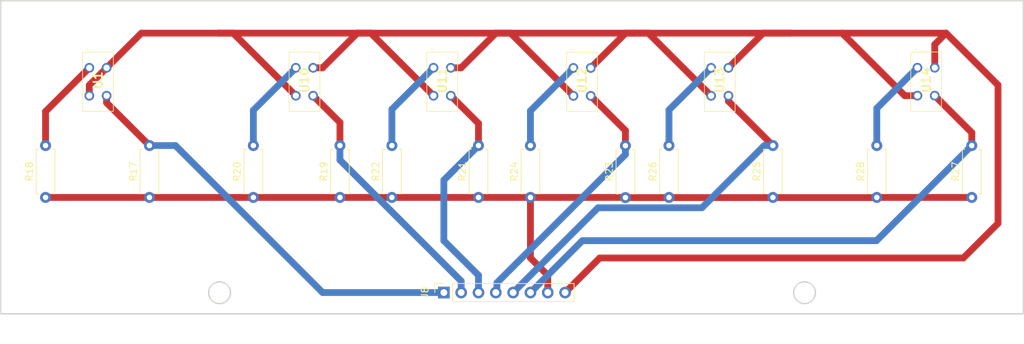
<source format=kicad_pcb>
(kicad_pcb (version 20240108) (generator "pcbnew") (generator_version "8.0")
  (layers (0 "F.Cu" signal) (31 "B.Cu" signal) (34 "B.Paste" user) (35 "F.Paste" user) (36 "B.SilkS" user "B.Silkscreen") (37 "F.SilkS" user "F.Silkscreen") (38 "B.Mask" user) (39 "F.Mask" user) (44 "Edge.Cuts" user))
  (net 0 "")
  (net 1 "Net-(J8-Pin_1)")
  (net 2 "Net-(U1-ANODE(LONG))")
  (net 3 "Net-(J8-Pin_8)")
  (net 4 "Net-(U10-ANODE(LONG))")
  (net 5 "Net-(J8-Pin_2)")
  (net 6 "Net-(U11-ANODE(LONG))")
  (net 7 "Net-(J8-Pin_3)")
  (net 8 "Net-(J8-Pin_4)")
  (net 9 "Net-(U12-ANODE(LONG))")
  (net 10 "Net-(J8-Pin_5)")
  (net 11 "Net-(U13-ANODE(LONG))")
  (net 12 "Net-(J8-Pin_6)")
  (net 13 "Net-(U14-ANODE(LONG))")
  (net 14 "Net-(J8-Pin_7)")
  (footprint "SamacSys_Parts:LBR127HLD" (layer "F.Cu") (at 176.36 81.3 90)
    (property "Reference" "U13" (at -1.825 1.27 90) (layer "F.SilkS") (effects (font (size 1.27 1.27) (thickness 0.254))))
    (property "Value" "LBR-127HLD" (hide yes))
    (fp_line (start 2.3 -0.98) (end -6.4 -0.98) (stroke (width 0.1)) (layer "F.SilkS"))
    (fp_line (start -6.4 -0.98) (end -6.4 3.52) (stroke (width 0.1)) (layer "F.SilkS"))
    (fp_line (start 2.75 -0.23) (end 2.75 -0.23) (stroke (width 0.1)) (layer "F.SilkS"))
    (fp_line (start 2.65 -0.23) (end 2.65 -0.23) (stroke (width 0.1)) (layer "F.SilkS"))
    (fp_line (start 2.3 3.52) (end 2.3 -0.98) (stroke (width 0.1)) (layer "F.SilkS"))
    (fp_line (start -6.4 3.52) (end 2.3 3.52) (stroke (width 0.1)) (layer "F.SilkS"))
    (fp_arc (start 2.75 -0.23) (mid 2.7 -0.18) (end 2.65 -0.23) (stroke (width 0.1)) (layer "F.SilkS"))
    (fp_arc (start 2.65 -0.23) (mid 2.7 -0.28) (end 2.75 -0.23) (stroke (width 0.1)) (layer "F.SilkS"))
    (pad "1" thru_hole circle (at 0 0 90) (size 1.416 1.416) (drill 0.91) (layers "*.Cu" "*.Mask") (net 11 "Net-(U13-ANODE(LONG))"))
    (pad "2" thru_hole circle (at 0 2.54 90) (size 1.416 1.416) (drill 0.91) (layers "*.Cu" "*.Mask") (net 3 "Net-(J8-Pin_8)"))
    (pad "3" thru_hole circle (at -4.1 0 90) (size 1.416 1.416) (drill 0.91) (layers "*.Cu" "*.Mask") (net 3 "Net-(J8-Pin_8)"))
    (pad "4" thru_hole circle (at -4.1 2.54 90) (size 1.416 1.416) (drill 0.91) (layers "*.Cu" "*.Mask") (net 10 "Net-(J8-Pin_5)"))
  )
  (footprint "Resistor_THT:R_Axial_DIN0207_L6.3mm_D2.5mm_P7.62mm_Horizontal" (layer "F.Cu") (at 200.66 100.33 90)
    (property "Reference" "R28" (at 3.81 -2.37 90) (layer "F.SilkS"))
    (property "Value" "220Ω")
    (fp_line (start 7.08 -1.37) (end 7.08 -1.04) (stroke (width 0.12)) (layer "F.SilkS"))
    (fp_line (start 0.54 -1.37) (end 7.08 -1.37) (stroke (width 0.12)) (layer "F.SilkS"))
    (fp_line (start 0.54 -1.04) (end 0.54 -1.37) (stroke (width 0.12)) (layer "F.SilkS"))
    (fp_line (start 0.54 1.04) (end 0.54 1.37) (stroke (width 0.12)) (layer "F.SilkS"))
    (fp_line (start 7.08 1.37) (end 7.08 1.04) (stroke (width 0.12)) (layer "F.SilkS"))
    (fp_line (start 0.54 1.37) (end 7.08 1.37) (stroke (width 0.12)) (layer "F.SilkS"))
    (pad "1" thru_hole circle (at 0 0 90) (size 1.6 1.6) (drill 0.8) (layers "*.Cu" "*.Mask") (net 14 "Net-(J8-Pin_7)"))
    (pad "2" thru_hole oval (at 7.62 0 90) (size 1.6 1.6) (drill 0.8) (layers "*.Cu" "*.Mask") (net 13 "Net-(U14-ANODE(LONG))"))
  )
  (footprint "Resistor_THT:R_Axial_DIN0207_L6.3mm_D2.5mm_P7.62mm_Horizontal" (layer "F.Cu") (at 78.74 100.33 90)
    (property "Reference" "R18" (at 3.81 -2.37 90) (layer "F.SilkS"))
    (property "Value" "220Ω")
    (fp_line (start 7.08 -1.37) (end 7.08 -1.04) (stroke (width 0.12)) (layer "F.SilkS"))
    (fp_line (start 0.54 -1.37) (end 7.08 -1.37) (stroke (width 0.12)) (layer "F.SilkS"))
    (fp_line (start 0.54 -1.04) (end 0.54 -1.37) (stroke (width 0.12)) (layer "F.SilkS"))
    (fp_line (start 0.54 1.04) (end 0.54 1.37) (stroke (width 0.12)) (layer "F.SilkS"))
    (fp_line (start 7.08 1.37) (end 7.08 1.04) (stroke (width 0.12)) (layer "F.SilkS"))
    (fp_line (start 0.54 1.37) (end 7.08 1.37) (stroke (width 0.12)) (layer "F.SilkS"))
    (pad "1" thru_hole circle (at 0 0 90) (size 1.6 1.6) (drill 0.8) (layers "*.Cu" "*.Mask") (net 14 "Net-(J8-Pin_7)"))
    (pad "2" thru_hole oval (at 7.62 0 90) (size 1.6 1.6) (drill 0.8) (layers "*.Cu" "*.Mask") (net 2 "Net-(U1-ANODE(LONG))"))
  )
  (footprint "Resistor_THT:R_Axial_DIN0207_L6.3mm_D2.5mm_P7.62mm_Horizontal" (layer "F.Cu") (at 149.86 100.33 90)
    (property "Reference" "R24" (at 3.81 -2.37 90) (layer "F.SilkS"))
    (property "Value" "220Ω")
    (fp_line (start 7.08 -1.37) (end 7.08 -1.04) (stroke (width 0.12)) (layer "F.SilkS"))
    (fp_line (start 0.54 -1.37) (end 7.08 -1.37) (stroke (width 0.12)) (layer "F.SilkS"))
    (fp_line (start 0.54 -1.04) (end 0.54 -1.37) (stroke (width 0.12)) (layer "F.SilkS"))
    (fp_line (start 0.54 1.04) (end 0.54 1.37) (stroke (width 0.12)) (layer "F.SilkS"))
    (fp_line (start 7.08 1.37) (end 7.08 1.04) (stroke (width 0.12)) (layer "F.SilkS"))
    (fp_line (start 0.54 1.37) (end 7.08 1.37) (stroke (width 0.12)) (layer "F.SilkS"))
    (pad "1" thru_hole circle (at 0 0 90) (size 1.6 1.6) (drill 0.8) (layers "*.Cu" "*.Mask") (net 14 "Net-(J8-Pin_7)"))
    (pad "2" thru_hole oval (at 7.62 0 90) (size 1.6 1.6) (drill 0.8) (layers "*.Cu" "*.Mask") (net 9 "Net-(U12-ANODE(LONG))"))
  )
  (footprint "Resistor_THT:R_Axial_DIN0207_L6.3mm_D2.5mm_P7.62mm_Horizontal" (layer "F.Cu") (at 214.59 100.33 90)
    (property "Reference" "R27" (at 3.81 -2.37 90) (layer "F.SilkS"))
    (property "Value" "10kΩ")
    (fp_line (start 7.08 -1.37) (end 7.08 -1.04) (stroke (width 0.12)) (layer "F.SilkS"))
    (fp_line (start 0.54 -1.37) (end 7.08 -1.37) (stroke (width 0.12)) (layer "F.SilkS"))
    (fp_line (start 0.54 -1.04) (end 0.54 -1.37) (stroke (width 0.12)) (layer "F.SilkS"))
    (fp_line (start 0.54 1.04) (end 0.54 1.37) (stroke (width 0.12)) (layer "F.SilkS"))
    (fp_line (start 7.08 1.37) (end 7.08 1.04) (stroke (width 0.12)) (layer "F.SilkS"))
    (fp_line (start 0.54 1.37) (end 7.08 1.37) (stroke (width 0.12)) (layer "F.SilkS"))
    (pad "1" thru_hole circle (at 0 0 90) (size 1.6 1.6) (drill 0.8) (layers "*.Cu" "*.Mask") (net 14 "Net-(J8-Pin_7)"))
    (pad "2" thru_hole oval (at 7.62 0 90) (size 1.6 1.6) (drill 0.8) (layers "*.Cu" "*.Mask") (net 12 "Net-(J8-Pin_6)"))
  )
  (footprint "SamacSys_Parts:LBR127HLD" (layer "F.Cu") (at 115.45 81.29 90)
    (property "Reference" "U10" (at -1.825 1.27 90) (layer "F.SilkS") (effects (font (size 1.27 1.27) (thickness 0.254))))
    (property "Value" "LBR-127HLD" (hide yes))
    (fp_line (start 2.3 -0.98) (end -6.4 -0.98) (stroke (width 0.1)) (layer "F.SilkS"))
    (fp_line (start -6.4 -0.98) (end -6.4 3.52) (stroke (width 0.1)) (layer "F.SilkS"))
    (fp_line (start 2.75 -0.23) (end 2.75 -0.23) (stroke (width 0.1)) (layer "F.SilkS"))
    (fp_line (start 2.65 -0.23) (end 2.65 -0.23) (stroke (width 0.1)) (layer "F.SilkS"))
    (fp_line (start 2.3 3.52) (end 2.3 -0.98) (stroke (width 0.1)) (layer "F.SilkS"))
    (fp_line (start -6.4 3.52) (end 2.3 3.52) (stroke (width 0.1)) (layer "F.SilkS"))
    (fp_arc (start 2.75 -0.23) (mid 2.7 -0.18) (end 2.65 -0.23) (stroke (width 0.1)) (layer "F.SilkS"))
    (fp_arc (start 2.65 -0.23) (mid 2.7 -0.28) (end 2.75 -0.23) (stroke (width 0.1)) (layer "F.SilkS"))
    (pad "1" thru_hole circle (at 0 0 90) (size 1.416 1.416) (drill 0.91) (layers "*.Cu" "*.Mask") (net 4 "Net-(U10-ANODE(LONG))"))
    (pad "2" thru_hole circle (at 0 2.54 90) (size 1.416 1.416) (drill 0.91) (layers "*.Cu" "*.Mask") (net 3 "Net-(J8-Pin_8)"))
    (pad "3" thru_hole circle (at -4.1 0 90) (size 1.416 1.416) (drill 0.91) (layers "*.Cu" "*.Mask") (net 3 "Net-(J8-Pin_8)"))
    (pad "4" thru_hole circle (at -4.1 2.54 90) (size 1.416 1.416) (drill 0.91) (layers "*.Cu" "*.Mask") (net 5 "Net-(J8-Pin_2)"))
  )
  (footprint "SamacSys_Parts:LBR127HLD" (layer "F.Cu") (at 135.64 81.29 90)
    (property "Reference" "U11" (at -1.825 1.27 90) (layer "F.SilkS") (effects (font (size 1.27 1.27) (thickness 0.254))))
    (property "Value" "LBR-127HLD" (hide yes))
    (fp_line (start 2.3 -0.98) (end -6.4 -0.98) (stroke (width 0.1)) (layer "F.SilkS"))
    (fp_line (start -6.4 -0.98) (end -6.4 3.52) (stroke (width 0.1)) (layer "F.SilkS"))
    (fp_line (start 2.75 -0.23) (end 2.75 -0.23) (stroke (width 0.1)) (layer "F.SilkS"))
    (fp_line (start 2.65 -0.23) (end 2.65 -0.23) (stroke (width 0.1)) (layer "F.SilkS"))
    (fp_line (start 2.3 3.52) (end 2.3 -0.98) (stroke (width 0.1)) (layer "F.SilkS"))
    (fp_line (start -6.4 3.52) (end 2.3 3.52) (stroke (width 0.1)) (layer "F.SilkS"))
    (fp_arc (start 2.75 -0.23) (mid 2.7 -0.18) (end 2.65 -0.23) (stroke (width 0.1)) (layer "F.SilkS"))
    (fp_arc (start 2.65 -0.23) (mid 2.7 -0.28) (end 2.75 -0.23) (stroke (width 0.1)) (layer "F.SilkS"))
    (pad "1" thru_hole circle (at 0 0 90) (size 1.416 1.416) (drill 0.91) (layers "*.Cu" "*.Mask") (net 6 "Net-(U11-ANODE(LONG))"))
    (pad "2" thru_hole circle (at 0 2.54 90) (size 1.416 1.416) (drill 0.91) (layers "*.Cu" "*.Mask") (net 3 "Net-(J8-Pin_8)"))
    (pad "3" thru_hole circle (at -4.1 0 90) (size 1.416 1.416) (drill 0.91) (layers "*.Cu" "*.Mask") (net 3 "Net-(J8-Pin_8)"))
    (pad "4" thru_hole circle (at -4.1 2.54 90) (size 1.416 1.416) (drill 0.91) (layers "*.Cu" "*.Mask") (net 7 "Net-(J8-Pin_3)"))
  )
  (footprint "Resistor_THT:R_Axial_DIN0207_L6.3mm_D2.5mm_P7.62mm_Horizontal" (layer "F.Cu") (at 170.18 100.33 90)
    (property "Reference" "R26" (at 3.81 -2.37 90) (layer "F.SilkS"))
    (property "Value" "220Ω")
    (fp_line (start 7.08 -1.37) (end 7.08 -1.04) (stroke (width 0.12)) (layer "F.SilkS"))
    (fp_line (start 0.54 -1.37) (end 7.08 -1.37) (stroke (width 0.12)) (layer "F.SilkS"))
    (fp_line (start 0.54 -1.04) (end 0.54 -1.37) (stroke (width 0.12)) (layer "F.SilkS"))
    (fp_line (start 0.54 1.04) (end 0.54 1.37) (stroke (width 0.12)) (layer "F.SilkS"))
    (fp_line (start 7.08 1.37) (end 7.08 1.04) (stroke (width 0.12)) (layer "F.SilkS"))
    (fp_line (start 0.54 1.37) (end 7.08 1.37) (stroke (width 0.12)) (layer "F.SilkS"))
    (pad "1" thru_hole circle (at 0 0 90) (size 1.6 1.6) (drill 0.8) (layers "*.Cu" "*.Mask") (net 14 "Net-(J8-Pin_7)"))
    (pad "2" thru_hole oval (at 7.62 0 90) (size 1.6 1.6) (drill 0.8) (layers "*.Cu" "*.Mask") (net 11 "Net-(U13-ANODE(LONG))"))
  )
  (footprint "Resistor_THT:R_Axial_DIN0207_L6.3mm_D2.5mm_P7.62mm_Horizontal" (layer "F.Cu") (at 185.42 100.33 90)
    (property "Reference" "R25" (at 3.81 -2.37 90) (layer "F.SilkS"))
    (property "Value" "10kΩ")
    (fp_line (start 7.08 -1.37) (end 7.08 -1.04) (stroke (width 0.12)) (layer "F.SilkS"))
    (fp_line (start 0.54 -1.37) (end 7.08 -1.37) (stroke (width 0.12)) (layer "F.SilkS"))
    (fp_line (start 0.54 -1.04) (end 0.54 -1.37) (stroke (width 0.12)) (layer "F.SilkS"))
    (fp_line (start 0.54 1.04) (end 0.54 1.37) (stroke (width 0.12)) (layer "F.SilkS"))
    (fp_line (start 7.08 1.37) (end 7.08 1.04) (stroke (width 0.12)) (layer "F.SilkS"))
    (fp_line (start 0.54 1.37) (end 7.08 1.37) (stroke (width 0.12)) (layer "F.SilkS"))
    (pad "1" thru_hole circle (at 0 0 90) (size 1.6 1.6) (drill 0.8) (layers "*.Cu" "*.Mask") (net 14 "Net-(J8-Pin_7)"))
    (pad "2" thru_hole oval (at 7.62 0 90) (size 1.6 1.6) (drill 0.8) (layers "*.Cu" "*.Mask") (net 10 "Net-(J8-Pin_5)"))
  )
  (footprint "Resistor_THT:R_Axial_DIN0207_L6.3mm_D2.5mm_P7.62mm_Horizontal" (layer "F.Cu") (at 163.79 100.35 90)
    (property "Reference" "R23" (at 3.81 -2.37 90) (layer "F.SilkS"))
    (property "Value" "10kΩ")
    (fp_line (start 7.08 -1.37) (end 7.08 -1.04) (stroke (width 0.12)) (layer "F.SilkS"))
    (fp_line (start 0.54 -1.37) (end 7.08 -1.37) (stroke (width 0.12)) (layer "F.SilkS"))
    (fp_line (start 0.54 -1.04) (end 0.54 -1.37) (stroke (width 0.12)) (layer "F.SilkS"))
    (fp_line (start 0.54 1.04) (end 0.54 1.37) (stroke (width 0.12)) (layer "F.SilkS"))
    (fp_line (start 7.08 1.37) (end 7.08 1.04) (stroke (width 0.12)) (layer "F.SilkS"))
    (fp_line (start 0.54 1.37) (end 7.08 1.37) (stroke (width 0.12)) (layer "F.SilkS"))
    (pad "1" thru_hole circle (at 0 0 90) (size 1.6 1.6) (drill 0.8) (layers "*.Cu" "*.Mask") (net 14 "Net-(J8-Pin_7)"))
    (pad "2" thru_hole oval (at 7.62 0 90) (size 1.6 1.6) (drill 0.8) (layers "*.Cu" "*.Mask") (net 8 "Net-(J8-Pin_4)"))
  )
  (footprint "Resistor_THT:R_Axial_DIN0207_L6.3mm_D2.5mm_P7.62mm_Horizontal" (layer "F.Cu") (at 142.24 100.33 90)
    (property "Reference" "R21" (at 3.81 -2.37 90) (layer "F.SilkS"))
    (property "Value" "10kΩ")
    (fp_line (start 7.08 -1.37) (end 7.08 -1.04) (stroke (width 0.12)) (layer "F.SilkS"))
    (fp_line (start 0.54 -1.37) (end 7.08 -1.37) (stroke (width 0.12)) (layer "F.SilkS"))
    (fp_line (start 0.54 -1.04) (end 0.54 -1.37) (stroke (width 0.12)) (layer "F.SilkS"))
    (fp_line (start 0.54 1.04) (end 0.54 1.37) (stroke (width 0.12)) (layer "F.SilkS"))
    (fp_line (start 7.08 1.37) (end 7.08 1.04) (stroke (width 0.12)) (layer "F.SilkS"))
    (fp_line (start 0.54 1.37) (end 7.08 1.37) (stroke (width 0.12)) (layer "F.SilkS"))
    (pad "1" thru_hole circle (at 0 0 90) (size 1.6 1.6) (drill 0.8) (layers "*.Cu" "*.Mask") (net 14 "Net-(J8-Pin_7)"))
    (pad "2" thru_hole oval (at 7.62 0 90) (size 1.6 1.6) (drill 0.8) (layers "*.Cu" "*.Mask") (net 7 "Net-(J8-Pin_3)"))
  )
  (footprint "Resistor_THT:R_Axial_DIN0207_L6.3mm_D2.5mm_P7.62mm_Horizontal" (layer "F.Cu") (at 93.98 100.33 90)
    (property "Reference" "R17" (at 3.81 -2.37 90) (layer "F.SilkS"))
    (property "Value" "10kΩ")
    (fp_line (start 7.08 -1.37) (end 7.08 -1.04) (stroke (width 0.12)) (layer "F.SilkS"))
    (fp_line (start 0.54 -1.37) (end 7.08 -1.37) (stroke (width 0.12)) (layer "F.SilkS"))
    (fp_line (start 0.54 -1.04) (end 0.54 -1.37) (stroke (width 0.12)) (layer "F.SilkS"))
    (fp_line (start 0.54 1.04) (end 0.54 1.37) (stroke (width 0.12)) (layer "F.SilkS"))
    (fp_line (start 7.08 1.37) (end 7.08 1.04) (stroke (width 0.12)) (layer "F.SilkS"))
    (fp_line (start 0.54 1.37) (end 7.08 1.37) (stroke (width 0.12)) (layer "F.SilkS"))
    (pad "1" thru_hole circle (at 0 0 90) (size 1.6 1.6) (drill 0.8) (layers "*.Cu" "*.Mask") (net 14 "Net-(J8-Pin_7)"))
    (pad "2" thru_hole oval (at 7.62 0 90) (size 1.6 1.6) (drill 0.8) (layers "*.Cu" "*.Mask") (net 1 "Net-(J8-Pin_1)"))
  )
  (footprint "Resistor_THT:R_Axial_DIN0207_L6.3mm_D2.5mm_P7.62mm_Horizontal" (layer "F.Cu") (at 129.54 100.33 90)
    (property "Reference" "R22" (at 3.81 -2.37 90) (layer "F.SilkS"))
    (property "Value" "220Ω")
    (fp_line (start 7.08 -1.37) (end 7.08 -1.04) (stroke (width 0.12)) (layer "F.SilkS"))
    (fp_line (start 0.54 -1.37) (end 7.08 -1.37) (stroke (width 0.12)) (layer "F.SilkS"))
    (fp_line (start 0.54 -1.04) (end 0.54 -1.37) (stroke (width 0.12)) (layer "F.SilkS"))
    (fp_line (start 0.54 1.04) (end 0.54 1.37) (stroke (width 0.12)) (layer "F.SilkS"))
    (fp_line (start 7.08 1.37) (end 7.08 1.04) (stroke (width 0.12)) (layer "F.SilkS"))
    (fp_line (start 0.54 1.37) (end 7.08 1.37) (stroke (width 0.12)) (layer "F.SilkS"))
    (pad "1" thru_hole circle (at 0 0 90) (size 1.6 1.6) (drill 0.8) (layers "*.Cu" "*.Mask") (net 14 "Net-(J8-Pin_7)"))
    (pad "2" thru_hole oval (at 7.62 0 90) (size 1.6 1.6) (drill 0.8) (layers "*.Cu" "*.Mask") (net 6 "Net-(U11-ANODE(LONG))"))
  )
  (footprint "SamacSys_Parts:LBR127HLD" (layer "F.Cu") (at 156.16 81.31 90)
    (property "Reference" "U12" (at -1.825 1.27 90) (layer "F.SilkS") (effects (font (size 1.27 1.27) (thickness 0.254))))
    (property "Value" "LBR-127HLD" (hide yes))
    (fp_line (start 2.3 -0.98) (end -6.4 -0.98) (stroke (width 0.1)) (layer "F.SilkS"))
    (fp_line (start -6.4 -0.98) (end -6.4 3.52) (stroke (width 0.1)) (layer "F.SilkS"))
    (fp_line (start 2.75 -0.23) (end 2.75 -0.23) (stroke (width 0.1)) (layer "F.SilkS"))
    (fp_line (start 2.65 -0.23) (end 2.65 -0.23) (stroke (width 0.1)) (layer "F.SilkS"))
    (fp_line (start 2.3 3.52) (end 2.3 -0.98) (stroke (width 0.1)) (layer "F.SilkS"))
    (fp_line (start -6.4 3.52) (end 2.3 3.52) (stroke (width 0.1)) (layer "F.SilkS"))
    (fp_arc (start 2.75 -0.23) (mid 2.7 -0.18) (end 2.65 -0.23) (stroke (width 0.1)) (layer "F.SilkS"))
    (fp_arc (start 2.65 -0.23) (mid 2.7 -0.28) (end 2.75 -0.23) (stroke (width 0.1)) (layer "F.SilkS"))
    (pad "1" thru_hole circle (at 0 0 90) (size 1.416 1.416) (drill 0.91) (layers "*.Cu" "*.Mask") (net 9 "Net-(U12-ANODE(LONG))"))
    (pad "2" thru_hole circle (at 0 2.54 90) (size 1.416 1.416) (drill 0.91) (layers "*.Cu" "*.Mask") (net 3 "Net-(J8-Pin_8)"))
    (pad "3" thru_hole circle (at -4.1 0 90) (size 1.416 1.416) (drill 0.91) (layers "*.Cu" "*.Mask") (net 3 "Net-(J8-Pin_8)"))
    (pad "4" thru_hole circle (at -4.1 2.54 90) (size 1.416 1.416) (drill 0.91) (layers "*.Cu" "*.Mask") (net 8 "Net-(J8-Pin_4)"))
  )
  (footprint "Resistor_THT:R_Axial_DIN0207_L6.3mm_D2.5mm_P7.62mm_Horizontal" (layer "F.Cu") (at 121.92 100.33 90)
    (property "Reference" "R19" (at 3.81 -2.37 90) (layer "F.SilkS"))
    (property "Value" "10kΩ")
    (fp_line (start 7.08 -1.37) (end 7.08 -1.04) (stroke (width 0.12)) (layer "F.SilkS"))
    (fp_line (start 0.54 -1.37) (end 7.08 -1.37) (stroke (width 0.12)) (layer "F.SilkS"))
    (fp_line (start 0.54 -1.04) (end 0.54 -1.37) (stroke (width 0.12)) (layer "F.SilkS"))
    (fp_line (start 0.54 1.04) (end 0.54 1.37) (stroke (width 0.12)) (layer "F.SilkS"))
    (fp_line (start 7.08 1.37) (end 7.08 1.04) (stroke (width 0.12)) (layer "F.SilkS"))
    (fp_line (start 0.54 1.37) (end 7.08 1.37) (stroke (width 0.12)) (layer "F.SilkS"))
    (pad "1" thru_hole circle (at 0 0 90) (size 1.6 1.6) (drill 0.8) (layers "*.Cu" "*.Mask") (net 14 "Net-(J8-Pin_7)"))
    (pad "2" thru_hole oval (at 7.62 0 90) (size 1.6 1.6) (drill 0.8) (layers "*.Cu" "*.Mask") (net 5 "Net-(J8-Pin_2)"))
  )
  (footprint "SamacSys_Parts:LBR127HLD" (layer "F.Cu") (at 85.16 81.29 90)
    (property "Reference" "U1" (at -1.825 1.27 90) (layer "F.SilkS") (effects (font (size 1.27 1.27) (thickness 0.254))))
    (property "Value" "LBR-127HLD" (hide yes))
    (fp_line (start 2.3 -0.98) (end -6.4 -0.98) (stroke (width 0.1)) (layer "F.SilkS"))
    (fp_line (start -6.4 -0.98) (end -6.4 3.52) (stroke (width 0.1)) (layer "F.SilkS"))
    (fp_line (start 2.75 -0.23) (end 2.75 -0.23) (stroke (width 0.1)) (layer "F.SilkS"))
    (fp_line (start 2.65 -0.23) (end 2.65 -0.23) (stroke (width 0.1)) (layer "F.SilkS"))
    (fp_line (start 2.3 3.52) (end 2.3 -0.98) (stroke (width 0.1)) (layer "F.SilkS"))
    (fp_line (start -6.4 3.52) (end 2.3 3.52) (stroke (width 0.1)) (layer "F.SilkS"))
    (fp_arc (start 2.75 -0.23) (mid 2.7 -0.18) (end 2.65 -0.23) (stroke (width 0.1)) (layer "F.SilkS"))
    (fp_arc (start 2.65 -0.23) (mid 2.7 -0.28) (end 2.75 -0.23) (stroke (width 0.1)) (layer "F.SilkS"))
    (pad "1" thru_hole circle (at 0 0 90) (size 1.416 1.416) (drill 0.91) (layers "*.Cu" "*.Mask") (net 2 "Net-(U1-ANODE(LONG))"))
    (pad "2" thru_hole circle (at 0 2.54 90) (size 1.416 1.416) (drill 0.91) (layers "*.Cu" "*.Mask") (net 3 "Net-(J8-Pin_8)"))
    (pad "3" thru_hole circle (at -4.1 0 90) (size 1.416 1.416) (drill 0.91) (layers "*.Cu" "*.Mask") (net 3 "Net-(J8-Pin_8)"))
    (pad "4" thru_hole circle (at -4.1 2.54 90) (size 1.416 1.416) (drill 0.91) (layers "*.Cu" "*.Mask") (net 1 "Net-(J8-Pin_1)"))
  )
  (footprint "SamacSys_Parts:LBR127HLD" (layer "F.Cu") (at 206.62 81.28 90)
    (property "Reference" "U14" (at -1.825 1.27 90) (layer "F.SilkS") (effects (font (size 1.27 1.27) (thickness 0.254))))
    (property "Value" "LBR-127HLD" (hide yes))
    (fp_line (start 2.3 -0.98) (end -6.4 -0.98) (stroke (width 0.1)) (layer "F.SilkS"))
    (fp_line (start -6.4 -0.98) (end -6.4 3.52) (stroke (width 0.1)) (layer "F.SilkS"))
    (fp_line (start 2.75 -0.23) (end 2.75 -0.23) (stroke (width 0.1)) (layer "F.SilkS"))
    (fp_line (start 2.65 -0.23) (end 2.65 -0.23) (stroke (width 0.1)) (layer "F.SilkS"))
    (fp_line (start 2.3 3.52) (end 2.3 -0.98) (stroke (width 0.1)) (layer "F.SilkS"))
    (fp_line (start -6.4 3.52) (end 2.3 3.52) (stroke (width 0.1)) (layer "F.SilkS"))
    (fp_arc (start 2.75 -0.23) (mid 2.7 -0.18) (end 2.65 -0.23) (stroke (width 0.1)) (layer "F.SilkS"))
    (fp_arc (start 2.65 -0.23) (mid 2.7 -0.28) (end 2.75 -0.23) (stroke (width 0.1)) (layer "F.SilkS"))
    (pad "1" thru_hole circle (at 0 0 90) (size 1.416 1.416) (drill 0.91) (layers "*.Cu" "*.Mask") (net 13 "Net-(U14-ANODE(LONG))"))
    (pad "2" thru_hole circle (at 0 2.54 90) (size 1.416 1.416) (drill 0.91) (layers "*.Cu" "*.Mask") (net 3 "Net-(J8-Pin_8)"))
    (pad "3" thru_hole circle (at -4.1 0 90) (size 1.416 1.416) (drill 0.91) (layers "*.Cu" "*.Mask") (net 3 "Net-(J8-Pin_8)"))
    (pad "4" thru_hole circle (at -4.1 2.54 90) (size 1.416 1.416) (drill 0.91) (layers "*.Cu" "*.Mask") (net 12 "Net-(J8-Pin_6)"))
  )
  (footprint "Resistor_THT:R_Axial_DIN0207_L6.3mm_D2.5mm_P7.62mm_Horizontal" (layer "F.Cu") (at 109.22 100.33 90)
    (property "Reference" "R20" (at 3.81 -2.37 90) (layer "F.SilkS"))
    (property "Value" "220Ω")
    (fp_line (start 7.08 -1.37) (end 7.08 -1.04) (stroke (width 0.12)) (layer "F.SilkS"))
    (fp_line (start 0.54 -1.37) (end 7.08 -1.37) (stroke (width 0.12)) (layer "F.SilkS"))
    (fp_line (start 0.54 -1.04) (end 0.54 -1.37) (stroke (width 0.12)) (layer "F.SilkS"))
    (fp_line (start 0.54 1.04) (end 0.54 1.37) (stroke (width 0.12)) (layer "F.SilkS"))
    (fp_line (start 7.08 1.37) (end 7.08 1.04) (stroke (width 0.12)) (layer "F.SilkS"))
    (fp_line (start 0.54 1.37) (end 7.08 1.37) (stroke (width 0.12)) (layer "F.SilkS"))
    (pad "1" thru_hole circle (at 0 0 90) (size 1.6 1.6) (drill 0.8) (layers "*.Cu" "*.Mask") (net 14 "Net-(J8-Pin_7)"))
    (pad "2" thru_hole oval (at 7.62 0 90) (size 1.6 1.6) (drill 0.8) (layers "*.Cu" "*.Mask") (net 4 "Net-(U10-ANODE(LONG))"))
  )
  (footprint "Connector_PinSocket_2.54mm:PinSocket_1x08_P2.54mm_Vertical" (layer "F.Cu") (at 137.16 114.3 90)
    (property "Reference" "J8" (at 0 -2.77 90) (layer "F.SilkS"))
    (property "Value" "Conn_01x08_Socket")
    (fp_line (start 1.33 -1.33) (end 1.33 0) (stroke (width 0.12)) (layer "F.SilkS"))
    (fp_line (start 0 -1.33) (end 1.33 -1.33) (stroke (width 0.12)) (layer "F.SilkS"))
    (fp_line (start 1.33 1.27) (end 1.33 19.11) (stroke (width 0.12)) (layer "F.SilkS"))
    (fp_line (start -1.33 1.27) (end 1.33 1.27) (stroke (width 0.12)) (layer "F.SilkS"))
    (fp_line (start -1.33 1.27) (end -1.33 19.11) (stroke (width 0.12)) (layer "F.SilkS"))
    (fp_line (start -1.33 19.11) (end 1.33 19.11) (stroke (width 0.12)) (layer "F.SilkS"))
    (pad "1" thru_hole rect (at 0 0 90) (size 1.7 1.7) (drill 1) (layers "*.Cu" "*.Mask") (net 1 "Net-(J8-Pin_1)"))
    (pad "2" thru_hole oval (at 0 2.54 90) (size 1.7 1.7) (drill 1) (layers "*.Cu" "*.Mask") (net 5 "Net-(J8-Pin_2)"))
    (pad "3" thru_hole oval (at 0 5.08 90) (size 1.7 1.7) (drill 1) (layers "*.Cu" "*.Mask") (net 7 "Net-(J8-Pin_3)"))
    (pad "4" thru_hole oval (at 0 7.62 90) (size 1.7 1.7) (drill 1) (layers "*.Cu" "*.Mask") (net 8 "Net-(J8-Pin_4)"))
    (pad "5" thru_hole oval (at 0 10.16 90) (size 1.7 1.7) (drill 1) (layers "*.Cu" "*.Mask") (net 10 "Net-(J8-Pin_5)"))
    (pad "6" thru_hole oval (at 0 12.7 90) (size 1.7 1.7) (drill 1) (layers "*.Cu" "*.Mask") (net 12 "Net-(J8-Pin_6)"))
    (pad "7" thru_hole oval (at 0 15.24 90) (size 1.7 1.7) (drill 1) (layers "*.Cu" "*.Mask") (net 14 "Net-(J8-Pin_7)"))
    (pad "8" thru_hole oval (at 0 17.78 90) (size 1.7 1.7) (drill 1) (layers "*.Cu" "*.Mask") (net 3 "Net-(J8-Pin_8)"))
  )
  (gr_line (start 222.16 71.43) (end 72.16 71.43) (stroke (width 0.2)) (layer "Edge.Cuts"))
  (gr_line (start 72.16 71.43) (end 72.16 117.43) (stroke (width 0.2)) (layer "Edge.Cuts"))
  (gr_circle (center 190.06 114.33) (end 191.66 114.33) (stroke (width 0.2)) (fill none) (layer "Edge.Cuts"))
  (gr_line (start 72.16 117.43) (end 222.16 117.43) (stroke (width 0.2)) (layer "Edge.Cuts"))
  (gr_line (start 222.16 117.43) (end 222.16 71.43) (stroke (width 0.2)) (layer "Edge.Cuts"))
  (gr_circle (center 104.26 114.33) (end 105.86 114.33) (stroke (width 0.2)) (fill none) (layer "Edge.Cuts"))
  (segment (start 87.7 85.39) (end 87.7 86.43) (width 1) (layer "F.Cu") (net 1))
  (segment (start 87.7 86.43) (end 93.98 92.71) (width 1) (layer "F.Cu") (net 1))
  (segment (start 97.79 92.71) (end 119.38 114.3) (width 1) (layer "B.Cu") (net 1))
  (segment (start 93.98 92.71) (end 97.79 92.71) (width 1) (layer "B.Cu") (net 1))
  (segment (start 119.38 114.3) (end 137.16 114.3) (width 1) (layer "B.Cu") (net 1))
  (segment (start 78.74 87.71) (end 78.74 92.71) (width 1) (layer "F.Cu") (net 2))
  (segment (start 85.16 81.29) (end 78.74 87.71) (width 1) (layer "F.Cu") (net 2))
  (segment (start 146.95 76.2) (end 144.78 76.2) (width 1) (layer "F.Cu") (net 3))
  (segment (start 124.46 76.2) (end 104.14 76.2) (width 1) (layer "F.Cu") (net 3))
  (segment (start 85.16 83.83) (end 87.7 81.29) (width 1) (layer "F.Cu") (net 3))
  (segment (start 184 76.2) (end 187.96 76.2) (width 1) (layer "F.Cu") (net 3))
  (segment (start 119.37 81.29) (end 124.46 76.2) (width 1) (layer "F.Cu") (net 3))
  (segment (start 165.1 76.2) (end 144.78 76.2) (width 1) (layer "F.Cu") (net 3))
  (segment (start 85.16 85.39) (end 85.16 83.83) (width 1) (layer "F.Cu") (net 3))
  (segment (start 209.16 77.86) (end 210.82 76.2) (width 1) (layer "F.Cu") (net 3))
  (segment (start 167.16 76.2) (end 165.1 76.2) (width 1) (layer "F.Cu") (net 3))
  (segment (start 187.96 76.2) (end 165.1 76.2) (width 1) (layer "F.Cu") (net 3))
  (segment (start 158.7 81.31) (end 163.81 76.2) (width 1) (layer "F.Cu") (net 3))
  (segment (start 176.36 85.4) (end 167.16 76.2) (width 1) (layer "F.Cu") (net 3))
  (segment (start 144.78 76.2) (end 124.46 76.2) (width 1) (layer "F.Cu") (net 3))
  (segment (start 178.9 81.3) (end 184 76.2) (width 1) (layer "F.Cu") (net 3))
  (segment (start 218.44 104.14) (end 213.36 109.22) (width 1) (layer "F.Cu") (net 3))
  (segment (start 210.82 76.2) (end 195.58 76.2) (width 1) (layer "F.Cu") (net 3))
  (segment (start 92.79 76.2) (end 87.7 81.29) (width 1) (layer "F.Cu") (net 3))
  (segment (start 106.26 76.2) (end 104.14 76.2) (width 1) (layer "F.Cu") (net 3))
  (segment (start 117.99 81.29) (end 119.37 81.29) (width 1) (layer "F.Cu") (net 3))
  (segment (start 206.62 85.38) (end 204.76 85.38) (width 1) (layer "F.Cu") (net 3))
  (segment (start 163.81 76.2) (end 165.1 76.2) (width 1) (layer "F.Cu") (net 3))
  (segment (start 156.16 85.41) (end 146.95 76.2) (width 1) (layer "F.Cu") (net 3))
  (segment (start 115.45 85.39) (end 106.26 76.2) (width 1) (layer "F.Cu") (net 3))
  (segment (start 209.16 81.28) (end 209.16 77.86) (width 1) (layer "F.Cu") (net 3))
  (segment (start 139.69 81.29) (end 144.78 76.2) (width 1) (layer "F.Cu") (net 3))
  (segment (start 218.44 83.82) (end 218.44 104.14) (width 1) (layer "F.Cu") (net 3))
  (segment (start 135.64 85.39) (end 126.45 76.2) (width 1) (layer "F.Cu") (net 3))
  (segment (start 138.18 81.29) (end 139.69 81.29) (width 1) (layer "F.Cu") (net 3))
  (segment (start 126.45 76.2) (end 124.46 76.2) (width 1) (layer "F.Cu") (net 3))
  (segment (start 210.82 76.2) (end 218.44 83.82) (width 1) (layer "F.Cu") (net 3))
  (segment (start 104.14 76.2) (end 92.79 76.2) (width 1) (layer "F.Cu") (net 3))
  (segment (start 195.58 76.2) (end 187.96 76.2) (width 1) (layer "F.Cu") (net 3))
  (segment (start 160.02 109.22) (end 154.94 114.3) (width 1) (layer "F.Cu") (net 3))
  (segment (start 213.36 109.22) (end 160.02 109.22) (width 1) (layer "F.Cu") (net 3))
  (segment (start 204.76 85.38) (end 195.58 76.2) (width 1) (layer "F.Cu") (net 3))
  (segment (start 109.22 92.71) (end 109.22 87.52) (width 1) (layer "B.Cu") (net 4))
  (segment (start 109.22 87.52) (end 115.45 81.29) (width 1) (layer "B.Cu") (net 4))
  (segment (start 121.92 92.71) (end 121.92 89.32) (width 1) (layer "F.Cu") (net 5))
  (segment (start 121.92 89.32) (end 117.99 85.39) (width 1) (layer "F.Cu") (net 5))
  (segment (start 121.92 94.831321) (end 139.7 112.611321) (width 1) (layer "B.Cu") (net 5))
  (segment (start 121.92 92.71) (end 121.92 94.831321) (width 1) (layer "B.Cu") (net 5))
  (segment (start 139.7 112.611321) (end 139.7 114.3) (width 1) (layer "B.Cu") (net 5))
  (segment (start 129.54 92.71) (end 129.54 87.39) (width 1) (layer "B.Cu") (net 6))
  (segment (start 129.54 87.39) (end 135.64 81.29) (width 1) (layer "B.Cu") (net 6))
  (segment (start 142.24 89.45) (end 138.18 85.39) (width 1) (layer "F.Cu") (net 7))
  (segment (start 142.24 92.71) (end 142.24 89.45) (width 1) (layer "F.Cu") (net 7))
  (segment (start 137.16 106.68) (end 142.24 111.76) (width 1) (layer "B.Cu") (net 7))
  (segment (start 137.16 97.79) (end 137.16 106.68) (width 1) (layer "B.Cu") (net 7))
  (segment (start 142.24 111.76) (end 142.24 114.3) (width 1) (layer "B.Cu") (net 7))
  (segment (start 142.24 92.71) (end 137.16 97.79) (width 1) (layer "B.Cu") (net 7))
  (segment (start 163.79 90.5) (end 158.7 85.41) (width 1) (layer "F.Cu") (net 8))
  (segment (start 163.79 92.73) (end 163.79 90.5) (width 1) (layer "F.Cu") (net 8))
  (segment (start 144.94 112.87) (end 144.94 114.14) (width 1) (layer "B.Cu") (net 8))
  (segment (start 163.79 94.02) (end 144.94 112.87) (width 1) (layer "B.Cu") (net 8))
  (segment (start 163.79 92.73) (end 163.79 94.02) (width 1) (layer "B.Cu") (net 8))
  (segment (start 144.94 114.14) (end 144.78 114.3) (width 1) (layer "B.Cu") (net 8))
  (segment (start 149.86 87.61) (end 156.16 81.31) (width 1) (layer "B.Cu") (net 9))
  (segment (start 149.86 92.71) (end 149.86 87.61) (width 1) (layer "B.Cu") (net 9))
  (segment (start 185.42 92.71) (end 178.9 86.19) (width 1) (layer "F.Cu") (net 10))
  (segment (start 178.9 86.19) (end 178.9 85.4) (width 1) (layer "F.Cu") (net 10))
  (segment (start 159.77 101.85) (end 175.01 101.85) (width 1) (layer "B.Cu") (net 10))
  (segment (start 175.01 101.85) (end 184.15 92.71) (width 1) (layer "B.Cu") (net 10))
  (segment (start 147.32 114.3) (end 159.77 101.85) (width 1) (layer "B.Cu") (net 10))
  (segment (start 184.15 92.71) (end 185.42 92.71) (width 1) (layer "B.Cu") (net 10))
  (segment (start 170.18 92.71) (end 170.18 87.48) (width 1) (layer "B.Cu") (net 11))
  (segment (start 170.18 87.48) (end 176.36 81.3) (width 1) (layer "B.Cu") (net 11))
  (segment (start 214.59 92.71) (end 214.59 90.81) (width 1) (layer "F.Cu") (net 12))
  (segment (start 214.59 90.81) (end 209.16 85.38) (width 1) (layer "F.Cu") (net 12))
  (segment (start 200.62 106.68) (end 214.59 92.71) (width 1) (layer "B.Cu") (net 12))
  (segment (start 157.48 106.68) (end 200.62 106.68) (width 1) (layer "B.Cu") (net 12))
  (segment (start 149.86 114.3) (end 157.48 106.68) (width 1) (layer "B.Cu") (net 12))
  (segment (start 200.66 87.24) (end 206.62 81.28) (width 1) (layer "B.Cu") (net 13))
  (segment (start 200.66 92.71) (end 200.66 87.24) (width 1) (layer "B.Cu") (net 13))
  (segment (start 163.79 100.35) (end 200.64 100.35) (width 1) (layer "F.Cu") (net 14))
  (segment (start 152.4 114.3) (end 152.4 111.76) (width 1) (layer "F.Cu") (net 14))
  (segment (start 109.22 100.33) (end 78.74 100.33) (width 1) (layer "F.Cu") (net 14))
  (segment (start 149.86 100.33) (end 163.77 100.33) (width 1) (layer "F.Cu") (net 14))
  (segment (start 200.66 100.33) (end 214.59 100.33) (width 1) (layer "F.Cu") (net 14))
  (segment (start 149.86 109.22) (end 149.86 100.33) (width 1) (layer "F.Cu") (net 14))
  (segment (start 163.77 100.33) (end 163.79 100.35) (width 1) (layer "F.Cu") (net 14))
  (segment (start 149.86 100.33) (end 109.22 100.33) (width 1) (layer "F.Cu") (net 14))
  (segment (start 152.4 111.76) (end 149.86 109.22) (width 1) (layer "F.Cu") (net 14))
  (segment (start 200.64 100.35) (end 200.66 100.33) (width 1) (layer "F.Cu") (net 14))
)
</source>
